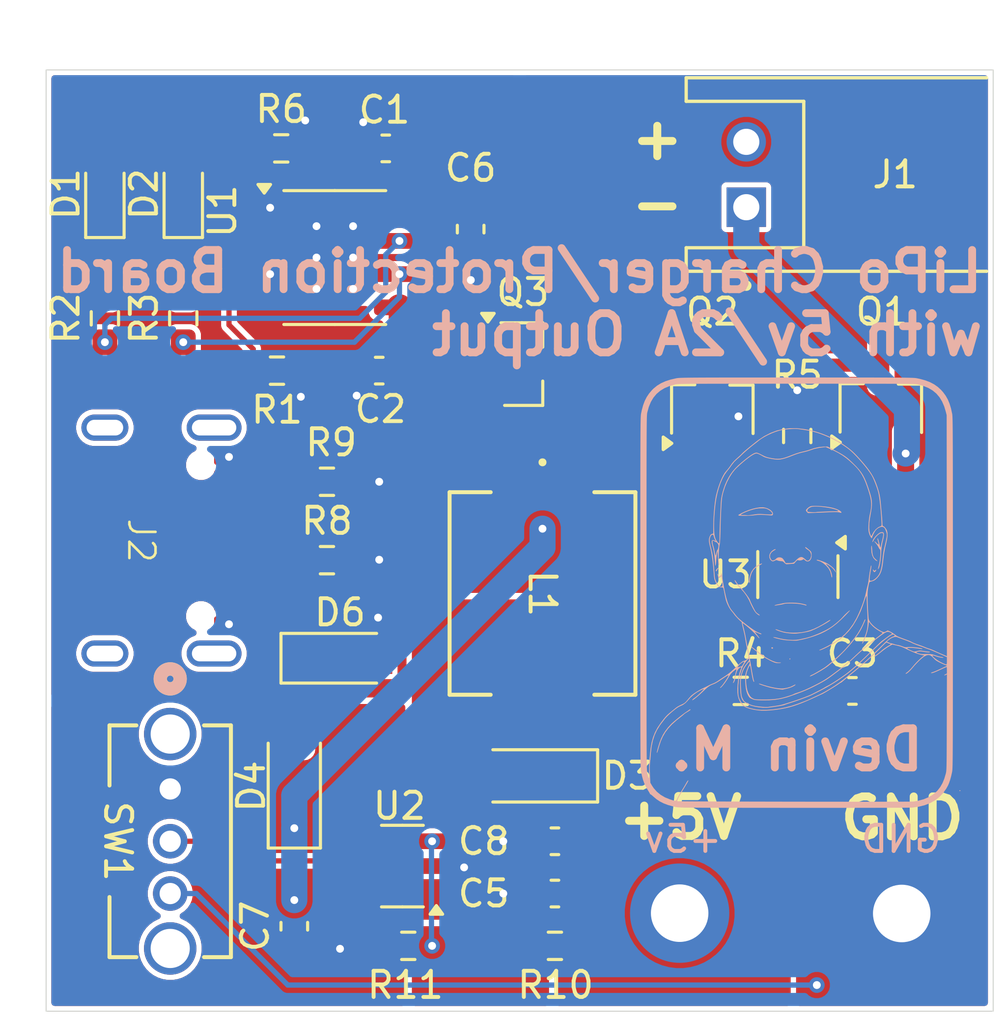
<source format=kicad_pcb>
(kicad_pcb (version 20241229) (generator "pcbnew") (generator_version "9.0")
  (layers (0 "F.Cu" signal "Front") (4 "In1.Cu" signal) (6 "In2.Cu" signal) (2 "B.Cu" signal "Back") (13 "F.Paste" user) (15 "B.Paste" user) (5 "F.SilkS" user "F.Silkscreen") (7 "B.SilkS" user "B.Silkscreen") (1 "F.Mask" user) (3 "B.Mask" user) (25 "Edge.Cuts" user))
  (net 0 "")
  (net 1 "GND")
  (net 2 "Net-(U1-~{STDBY})")
  (net 3 "+BATT")
  (net 4 "Net-(U1-~{CHRG})")
  (net 5 "Net-(U1-PROG)")
  (net 6 "-BATT")
  (net 7 "Net-(Q1-G)")
  (net 8 "Net-(U3-VDD)")
  (net 9 "Net-(U3-CS)")
  (net 10 "Net-(Q2-G)")
  (net 11 "Net-(Q1-D)")
  (net 12 "Net-(D1-K)")
  (net 13 "Net-(D2-K)")
  (net 14 "VBUS")
  (net 15 "Net-(J2-CC2)")
  (net 16 "Net-(J2-CC1)")
  (net 25 "Net-(D3-K)")
  (net 26 "Net-(U2-FB)")
  (net 27 "BOOST_IN")
  (net 28 "Net-(U2-EN)")
  (net 30 "/SW")
  (footprint "Package_TO_SOT_SMD:TSOT-23_HandSoldering" (layer "F.Cu") (at 55.75 37.5 90)
    (property "Reference" "Q2" (at 3.75 0 180) (layer "F.SilkS"))
    (property "Value" "SI2300A")
    (pad "1" smd roundrect (at -1.71 -0.95 90) (size 2 0.65) (layers "F.Cu" "F.Mask" "F.Paste") (net 10 "Net-(Q2-G)"))
    (pad "2" smd roundrect (at -1.71 0.95 90) (size 2 0.65) (layers "F.Cu" "F.Mask" "F.Paste") (net 1 "GND"))
    (pad "3" smd roundrect (at 1.71 0 90) (size 2 0.65) (layers "F.Cu" "F.Mask" "F.Paste") (net 11 "Net-(Q1-D)"))
  )
  (footprint "Resistor_SMD:R_0603_1608Metric_Pad0.98x0.95mm_HandSolder" (layer "F.Cu") (at 41 40.25)
    (property "Reference" "R9" (at 0.1625 -1.5 0) (layer "F.SilkS"))
    (property "Value" "5.1k")
    (pad "1" smd roundrect (at -0.9125 0) (size 0.975 0.95) (layers "F.Cu" "F.Mask" "F.Paste") (net 16 "Net-(J2-CC1)"))
    (pad "2" smd roundrect (at 0.9125 0) (size 0.975 0.95) (layers "F.Cu" "F.Mask" "F.Paste") (net 1 "GND"))
  )
  (footprint "Resistor_SMD:R_0603_1608Metric_Pad0.98x0.95mm_HandSolder" (layer "F.Cu") (at 49.725 58 180)
    (property "Reference" "R10" (at -0.025 -1.5 0) (layer "F.SilkS"))
    (property "Value" "82k")
    (pad "1" smd roundrect (at -0.9125 0 180) (size 0.975 0.95) (layers "F.Cu" "F.Mask" "F.Paste") (net 25 "Net-(D3-K)"))
    (pad "2" smd roundrect (at 0.9125 0 180) (size 0.975 0.95) (layers "F.Cu" "F.Mask" "F.Paste") (net 26 "Net-(U2-FB)"))
  )
  (footprint "a_Library:SK12D07VG4 - (SlideSwitch)" (layer "F.Cu") (at 35 52 -90)
    (property "Reference" "SW1" (at 2 2 270) (layer "F.SilkS"))
    (property "Value" "SK12D07VG4")
    (pad "1" thru_hole circle (at 0 0 270) (size 1.3208 1.3208) (drill 0.8128) (layers "*.Cu" "*.Mask") (net 1 "GND"))
    (pad "2" thru_hole circle (at 2 0 270) (size 1.3208 1.3208) (drill 0.8128) (layers "*.Cu" "*.Mask") (net 28 "Net-(U2-EN)"))
    (pad "3" thru_hole circle (at 4.000001 0 270) (size 1.3208 1.3208) (drill 0.8128) (layers "*.Cu" "*.Mask") (net 3 "+BATT"))
    (pad "4" thru_hole circle (at -2.099999 0 270) (size 2.0066 2.0066) (drill 1.4986) (layers "*.Cu" "*.Mask"))
    (pad "5" thru_hole circle (at 6.099999 0 270) (size 2.0066 2.0066) (drill 1.4986) (layers "*.Cu" "*.Mask"))
  )
  (footprint "Diode_SMD:D_SOD-123" (layer "F.Cu") (at 49 51.5 180)
    (property "Reference" "D3" (at -3.5 0 0) (layer "F.SilkS"))
    (property "Value" "MBR230LSFT1G" (hide yes))
    (pad "1" smd roundrect (at -1.65 0 180) (size 0.9 1.2) (layers "F.Cu" "F.Mask" "F.Paste") (net 25 "Net-(D3-K)"))
    (pad "2" smd roundrect (at 1.65 0 180) (size 0.9 1.2) (layers "F.Cu" "F.Mask" "F.Paste") (net 30 "/SW"))
  )
  (footprint "Diode_SMD:D_SOD-123" (layer "F.Cu") (at 39.75 51.9 90)
    (property "Reference" "D4" (at 0 -1.65 90) (layer "F.SilkS"))
    (property "Value" "MBR230LSFT1G")
    (pad "1" smd roundrect (at -1.65 0 90) (size 0.9 1.2) (layers "F.Cu" "F.Mask" "F.Paste") (net 27 "BOOST_IN"))
    (pad "2" smd roundrect (at 1.65 0 90) (size 0.9 1.2) (layers "F.Cu" "F.Mask" "F.Paste") (net 14 "VBUS"))
  )
  (footprint "a_Library:HY0630-100M-M" (layer "F.Cu") (at 49.25 44.5235 -90)
    (property "Reference" "L1" (at 0 0 270) (layer "F.SilkS"))
    (property "Value" "10uH")
    (pad "1" smd rect (at -2.4765 0) (size 3.302 3.048) (layers "F.Cu" "F.Mask" "F.Paste") (net 27 "BOOST_IN"))
    (pad "2" smd rect (at 2.4765 0) (size 3.302 3.048) (layers "F.Cu" "F.Mask" "F.Paste") (net 30 "/SW"))
  )
  (footprint "Package_TO_SOT_SMD:SOT-23-6" (layer "F.Cu") (at 43.8875 54.95 180)
    (property "Reference" "U2" (at 0.1125 2.3 0) (layer "F.SilkS"))
    (property "Value" "MT3608")
    (pad "1" smd roundrect (at -1.1375 -0.95 180) (size 1.325 0.6) (layers "F.Cu" "F.Mask" "F.Paste") (net 30 "/SW"))
    (pad "2" smd roundrect (at -1.1375 0 180) (size 1.325 0.6) (layers "F.Cu" "F.Mask" "F.Paste") (net 1 "GND"))
    (pad "3" smd roundrect (at -1.1375 0.95 180) (size 1.325 0.6) (layers "F.Cu" "F.Mask" "F.Paste") (net 26 "Net-(U2-FB)"))
    (pad "4" smd roundrect (at 1.1375 0.95 180) (size 1.325 0.6) (layers "F.Cu" "F.Mask" "F.Paste") (net 28 "Net-(U2-EN)"))
    (pad "5" smd roundrect (at 1.1375 0 180) (size 1.325 0.6) (layers "F.Cu" "F.Mask" "F.Paste") (net 27 "BOOST_IN"))
    (pad "6" smd roundrect (at 1.1375 -0.95 180) (size 1.325 0.6) (layers "F.Cu" "F.Mask" "F.Paste"))
  )
  (footprint "Resistor_SMD:R_0603_1608Metric_Pad0.98x0.95mm_HandSolder" (layer "F.Cu") (at 39.0875 36)
    (property "Reference" "R1" (at 0 1.5 0) (layer "F.SilkS"))
    (property "Value" "2k")
    (pad "1" smd roundrect (at -0.9125 0) (size 0.975 0.95) (layers "F.Cu" "F.Mask" "F.Paste") (net 5 "Net-(U1-PROG)"))
    (pad "2" smd roundrect (at 0.9125 0) (size 0.975 0.95) (layers "F.Cu" "F.Mask" "F.Paste") (net 1 "GND"))
  )
  (footprint "Package_TO_SOT_SMD:TSOT-23_HandSoldering" (layer "F.Cu") (at 62.2 37.46 90)
    (property "Reference" "Q1" (at 3.71 0.05 180) (layer "F.SilkS"))
    (property "Value" "SI2300A")
    (pad "1" smd roundrect (at -1.71 -0.95 90) (size 2 0.65) (layers "F.Cu" "F.Mask" "F.Paste") (net 7 "Net-(Q1-G)"))
    (pad "2" smd roundrect (at -1.71 0.95 90) (size 2 0.65) (layers "F.Cu" "F.Mask" "F.Paste") (net 6 "-BATT"))
    (pad "3" smd roundrect (at 1.71 0 90) (size 2 0.65) (layers "F.Cu" "F.Mask" "F.Paste") (net 11 "Net-(Q1-D)"))
  )
  (footprint "Capacitor_SMD:C_0603_1608Metric_Pad1.08x0.95mm_HandSolder" (layer "F.Cu") (at 49.725 54 180)
    (property "Reference" "C8" (at 2.725 0 0) (layer "F.SilkS"))
    (property "Value" "22uF")
    (pad "1" smd roundrect (at -0.8625 0 180) (size 1.075 0.95) (layers "F.Cu" "F.Mask" "F.Paste") (net 25 "Net-(D3-K)"))
    (pad "2" smd roundrect (at 0.8625 0 180) (size 1.075 0.95) (layers "F.Cu" "F.Mask" "F.Paste") (net 1 "GND"))
  )
  (footprint "MountingHole:MountingHole_2.2mm_M2_DIN965_Pad" (layer "F.Cu") (at 54.5 56.75)
    (property "Reference" "PWR_OUT1")
    (property "Value" "MountingHole_Pad" (hide yes))
    (pad "1" thru_hole circle (at 0 0) (size 3.8 3.8) (drill 2.2) (layers "*.Cu" "*.Mask") (net 25 "Net-(D3-K)"))
  )
  (footprint "Package_TO_SOT_SMD:TSOT-23-6_HandSoldering" (layer "F.Cu") (at 59.05 43.8 -90)
    (property "Reference" "U3" (at 0 2.8 0) (layer "F.SilkS"))
    (property "Value" "FM2113")
    (pad "1" smd roundrect (at -1.71 -0.95 270) (size 2 0.65) (layers "F.Cu" "F.Mask" "F.Paste") (net 7 "Net-(Q1-G)"))
    (pad "2" smd roundrect (at -1.71 0 270) (size 2 0.65) (layers "F.Cu" "F.Mask" "F.Paste") (net 9 "Net-(U3-CS)"))
    (pad "3" smd roundrect (at -1.71 0.95 270) (size 2 0.65) (layers "F.Cu" "F.Mask" "F.Paste") (net 10 "Net-(Q2-G)"))
    (pad "4" smd roundrect (at 1.71 0.95 270) (size 2 0.65) (layers "F.Cu" "F.Mask" "F.Paste"))
    (pad "5" smd roundrect (at 1.71 0 270) (size 2 0.65) (layers "F.Cu" "F.Mask" "F.Paste") (net 8 "Net-(U3-VDD)"))
    (pad "6" smd roundrect (at 1.71 -0.95 270) (size 2 0.65) (layers "F.Cu" "F.Mask" "F.Paste") (net 6 "-BATT"))
  )
  (footprint "Resistor_SMD:R_0603_1608Metric_Pad0.98x0.95mm_HandSolder" (layer "F.Cu") (at 41 43.25)
    (property "Reference" "R8" (at 0 -1.5 0) (layer "F.SilkS"))
    (property "Value" "5.1k" (hide yes))
    (pad "1" smd roundrect (at -0.9125 0) (size 0.975 0.95) (layers "F.Cu" "F.Mask" "F.Paste") (net 15 "Net-(J2-CC2)"))
    (pad "2" smd roundrect (at 0.9125 0) (size 0.975 0.95) (layers "F.Cu" "F.Mask" "F.Paste") (net 1 "GND"))
  )
  (footprint "Package_SO:SOIC-8-1EP_3.9x4.9mm_P1.27mm_EP2.41x3.3mm_ThermalVias" (layer "F.Cu") (at 41.3 31.675)
    (property "Reference" "U1" (at -4.3 -1.775 90) (layer "F.SilkS"))
    (property "Value" "TP4056-42-ESOP8")
    (pad "1" smd roundrect (at -2.475 -1.905) (size 1.95 0.6) (layers "F.Cu" "F.Mask" "F.Paste") (net 1 "GND"))
    (pad "2" smd roundrect (at -2.475 -0.635) (size 1.95 0.6) (layers "F.Cu" "F.Mask" "F.Paste") (net 5 "Net-(U1-PROG)"))
    (pad "3" smd roundrect (at -2.475 0.635) (size 1.95 0.6) (layers "F.Cu" "F.Mask" "F.Paste") (net 1 "GND"))
    (pad "4" smd roundrect (at -2.475 1.905) (size 1.95 0.6) (layers "F.Cu" "F.Mask" "F.Paste") (net 14 "VBUS"))
    (pad "5" smd roundrect (at 2.475 1.905) (size 1.95 0.6) (layers "F.Cu" "F.Mask" "F.Paste") (net 3 "+BATT"))
    (pad "6" smd roundrect (at 2.475 0.635) (size 1.95 0.6) (layers "F.Cu" "F.Mask" "F.Paste") (net 2 "Net-(U1-~{STDBY})"))
    (pad "7" smd roundrect (at 2.475 -0.635) (size 1.95 0.6) (layers "F.Cu" "F.Mask" "F.Paste") (net 4 "Net-(U1-~{CHRG})"))
    (pad "8" smd roundrect (at 2.475 -1.905) (size 1.95 0.6) (layers "F.Cu" "F.Mask" "F.Paste") (net 14 "VBUS"))
    (pad "9" thru_hole circle (at -0.7 -1.2) (size 0.63 0.63) (drill 0.3) (property pad_prop_heatsink) (layers "*.Cu") (net 1 "GND"))
    (pad "9" thru_hole circle (at -0.7 0) (size 0.6 0.6) (drill 0.3) (property pad_prop_heatsink) (layers "*.Cu") (net 1 "GND"))
    (pad "9" thru_hole circle (at -0.7 1.2) (size 0.6 0.6) (drill 0.3) (property pad_prop_heatsink) (layers "*.Cu") (net 1 "GND"))
    (pad "9" smd rect (at 0 0) (size 1.9 2.9) (property pad_prop_heatsink) (layers "B.Cu") (net 1 "GND"))
    (pad "9" smd rect (at 0 0) (size 2.41 3.3) (property pad_prop_heatsink) (layers "F.Cu" "F.Mask") (net 1 "GND"))
    (pad "9" thru_hole circle (at 0.7 -1.2) (size 0.6 0.6) (drill 0.3) (property pad_prop_heatsink) (layers "*.Cu") (net 1 "GND"))
    (pad "9" thru_hole circle (at 0.7 0) (size 0.6 0.6) (drill 0.3) (property pad_prop_heatsink) (layers "*.Cu") (net 1 "GND"))
    (pad "9" thru_hole circle (at 0.7 1.2) (size 0.6 0.6) (drill 0.3) (property pad_prop_heatsink) (layers "*.Cu") (net 1 "GND"))
  )
  (footprint "MountingHole:MountingHole_2.2mm_M2_DIN965_Pad" (layer "F.Cu") (at 63 56.7625)
    (property "Reference" "GND_OUT1")
    (property "Value" "MountingHole_Pad" (hide yes))
    (pad "1" thru_hole circle (at 0 0) (size 3.8 3.8) (drill 2.2) (layers "*.Cu" "*.Mask") (net 1 "GND"))
  )
  (footprint "Diode_SMD:Nexperia_CFP3_SOD-123W" (layer "F.Cu") (at 41.5 47)
    (property "Reference" "D6" (at 0 -1.75 0) (layer "F.SilkS"))
    (property "Value" "5.1v")
    (pad "1" smd rect (at -1.4 0) (size 1.2 1.2) (layers "F.Cu" "F.Mask" "F.Paste") (net 14 "VBUS"))
    (pad "2" smd rect (at 1.4 0) (size 1.2 1.2) (layers "F.Cu" "F.Mask" "F.Paste") (net 1 "GND"))
  )
  (footprint "Resistor_SMD:R_0603_1608Metric_Pad0.98x0.95mm_HandSolder" (layer "F.Cu") (at 59 38.5 90)
    (property "Reference" "R5" (at 2.3375 0 0) (layer "F.SilkS"))
    (property "Value" "2k")
    (pad "1" smd roundrect (at -0.9125 0 90) (size 0.975 0.95) (layers "F.Cu" "F.Mask" "F.Paste") (net 9 "Net-(U3-CS)"))
    (pad "2" smd roundrect (at 0.9125 0 90) (size 0.975 0.95) (layers "F.Cu" "F.Mask" "F.Paste") (net 1 "GND"))
  )
  (footprint "Capacitor_SMD:C_0603_1608Metric_Pad1.08x0.95mm_HandSolder" (layer "F.Cu") (at 43.25 27.5 180)
    (property "Reference" "C1" (at 0.05 1.475 0) (layer "F.SilkS"))
    (property "Value" "22uF" (hide yes))
    (pad "1" smd roundrect (at -0.8625 0 180) (size 1.075 0.95) (layers "F.Cu" "F.Mask" "F.Paste") (net 14 "VBUS"))
    (pad "2" smd roundrect (at 0.8625 0 180) (size 1.075 0.95) (layers "F.Cu" "F.Mask" "F.Paste") (net 1 "GND"))
  )
  (footprint "LED_SMD:LED_0603_1608Metric_Pad1.05x0.95mm_HandSolder" (layer "F.Cu") (at 35.5 29.25 90)
    (property "Reference" "D2" (at 0 -1.5 90) (layer "F.SilkS"))
    (property "Value" "GREEN")
    (pad "1" smd roundrect (at -0.875 0 90) (size 1.05 0.95) (layers "F.Cu" "F.Mask" "F.Paste") (net 13 "Net-(D2-K)"))
    (pad "2" smd roundrect (at 0.875 0 90) (size 1.05 0.95) (layers "F.Cu" "F.Mask" "F.Paste") (net 14 "VBUS"))
  )
  (footprint "a_Library:Usb-C" (layer "F.Cu") (at 37.82 42.5 -90)
    (property "Reference" "J2" (at 0 3.925 270) (layer "F.SilkS") (effects (font (thickness 0.1))))
    (property "Value" "USB_C_Receptacle_USB2.0_14P" (hide yes))
    (pad "" np_thru_hole circle (at -2.89 1.64) (size 0.65 0.65) (drill 0.65) (layers "*.Cu" "*.Mask"))
    (pad "" np_thru_hole circle (at 2.89 1.64) (size 0.65 0.65) (drill 0.65) (layers "*.Cu" "*.Mask"))
    (pad "A1" smd roundrect (at -3.2 0.57) (size 1.14 0.6) (layers "F.Cu" "F.Mask" "F.Paste") (roundrect_rratio 0.15) (net 1 "GND"))
    (pad "A1" smd roundrect (at 3.2 0.57) (size 1.14 0.6) (layers "F.Cu" "F.Mask" "F.Paste") (roundrect_rratio 0.15) (net 1 "GND"))
    (pad "A4" smd roundrect (at -2.4 0.57) (size 1.14 0.6) (layers "F.Cu" "F.Mask" "F.Paste") (roundrect_rratio 0.15) (net 14 "VBUS"))
    (pad "A4" smd roundrect (at 2.4 0.57) (size 1.14 0.6) (layers "F.Cu" "F.Mask" "F.Paste") (roundrect_rratio 0.15) (net 14 "VBUS"))
    (pad "A5" smd roundrect (at -1.25 0.57) (size 1.14 0.3) (layers "F.Cu" "F.Mask" "F.Paste") (roundrect_rratio 0.15) (net 16 "Net-(J2-CC1)"))
    (pad "A6" smd roundrect (at -0.25 0.57) (size 1.14 0.3) (layers "F.Cu" "F.Mask" "F.Paste") (roundrect_rratio 0.15))
    (pad "A7" smd roundrect (at 0.25 0.57) (size 1.14 0.3) (layers "F.Cu" "F.Mask" "F.Paste") (roundrect_rratio 0.15))
    (pad "A8" smd roundrect (at 1.25 0.57) (size 1.14 0.3) (layers "F.Cu" "F.Mask" "F.Paste") (roundrect_rratio 0.15))
    (pad "B5" smd roundrect (at 1.75 0.57) (size 1.14 0.3) (layers "F.Cu" "F.Mask" "F.Paste") (roundrect_rratio 0.15) (net 15 "Net-(J2-CC2)"))
    (pad "B6" smd roundrect (at 0.75 0.57) (size 1.14 0.3) (layers "F.Cu" "F.Mask" "F.Paste") (roundrect_rratio 0.15))
    (pad "B7" smd roundrect (at -0.75 0.57) (size 1.14 0.3) (layers "F.Cu" "F.Mask" "F.Paste") (roundrect_rratio 0.15))
    (pad "B8" smd roundrect (at -1.75 0.57) (size 1.14 0.3) (layers "F.Cu" "F.Mask" "F.Paste") (roundrect_rratio 0.15))
    (pad "S1" thru_hole oval (at -4.32 1.14) (size 2.1 1) (drill oval 1.7 0.6) (layers "*.Cu" "*.Mask"))
    (pad "S1" thru_hole oval (at -4.32 5.32) (size 1.8 1) (drill oval 1.4 0.6) (layers "*.Cu" "*.Mask"))
    (pad "S1" thru_hole oval (at 4.32 1.14) (size 2.1 1) (drill oval 1.7 0.6) (layers "*.Cu" "*.Mask"))
    (pad "S1" thru_hole oval (at 4.32 5.32) (size 1.8 1) (drill oval 1.4 0.6) (layers "*.Cu" "*.Mask"))
  )
  (footprint "Capacitor_SMD:C_0603_1608Metric_Pad1.08x0.95mm_HandSolder" (layer "F.Cu") (at 43 36 180)
    (property "Reference" "C2" (at -0.05 -1.475 0) (layer "F.SilkS"))
    (property "Value" "22uF" (hide yes))
    (pad "1" smd roundrect (at -0.8625 0 180) (size 1.075 0.95) (layers "F.Cu" "F.Mask" "F.Paste") (net 3 "+BATT"))
    (pad "2" smd roundrect (at 0.8625 0 180) (size 1.075 0.95) (layers "F.Cu" "F.Mask" "F.Paste") (net 1 "GND"))
  )
  (footprint "Resistor_SMD:R_0603_1608Metric_Pad0.98x0.95mm_HandSolder" (layer "F.Cu") (at 39.25 27.5 180)
    (property "Reference" "R6" (at 0 1.5 0) (layer "F.SilkS"))
    (property "Value" "10k")
    (pad "1" smd roundrect (at -0.9125 0 180) (size 0.975 0.95) (layers "F.Cu" "F.Mask" "F.Paste") (net 1 "GND"))
    (pad "2" smd roundrect (at 0.9125 0 180) (size 0.975 0.95) (layers "F.Cu" "F.Mask" "F.Paste") (net 14 "VBUS"))
  )
  (footprint "Capacitor_SMD:C_0603_1608Metric_Pad1.08x0.95mm_HandSolder" (layer "F.Cu") (at 46.5 30.5875 -90)
    (property "Reference" "C6" (at -2.3375 0 0) (layer "F.SilkS"))
    (property "Value" "100nF" (hide yes))
    (pad "1" smd roundrect (at -0.8625 0 270) (size 1.075 0.95) (layers "F.Cu" "F.Mask" "F.Paste") (net 14 "VBUS"))
    (pad "2" smd roundrect (at 0.8625 0 270) (size 1.075 0.95) (layers "F.Cu" "F.Mask" "F.Paste") (net 1 "GND"))
  )
  (footprint "Package_TO_SOT_SMD:SOT-23_Handsoldering" (layer "F.Cu") (at 48.5 35.75)
    (property "Reference" "Q3" (at 0 -2.75 0) (layer "F.SilkS"))
    (property "Value" "HL 2305A")
    (pad "1" smd roundrect (at -1.5 -0.95) (size 1.9 0.8) (layers "F.Cu" "F.Mask" "F.Paste") (net 14 "VBUS"))
    (pad "2" smd roundrect (at -1.5 0.95) (size 1.9 0.8) (layers "F.Cu" "F.Mask" "F.Paste") (net 27 "BOOST_IN"))
    (pad "3" smd roundrect (at 1.5 0) (size 1.9 0.8) (layers "F.Cu" "F.Mask" "F.Paste") (net 3 "+BATT"))
  )
  (footprint "Capacitor_SMD:C_0603_1608Metric_Pad1.08x0.95mm_HandSolder" (layer "F.Cu") (at 49.725 56 180)
    (property "Reference" "C5" (at 2.725 0 0) (layer "F.SilkS"))
    (property "Value" "22uF")
    (pad "1" smd roundrect (at -0.8625 0 180) (size 1.075 0.95) (layers "F.Cu" "F.Mask" "F.Paste") (net 25 "Net-(D3-K)"))
    (pad "2" smd roundrect (at 0.8625 0 180) (size 1.075 0.95) (layers "F.Cu" "F.Mask" "F.Paste") (net 1 "GND"))
  )
  (footprint "Capacitor_SMD:C_0603_1608Metric_Pad1.08x0.95mm_HandSolder" (layer "F.Cu") (at 61.1125 48.25)
    (property "Reference" "C3" (at 0 -1.43 0) (layer "F.SilkS"))
    (property "Value" "100nF")
    (pad "1" smd roundrect (at -0.8625 0) (size 1.075 0.95) (layers "F.Cu" "F.Mask" "F.Paste") (net 8 "Net-(U3-VDD)"))
    (pad "2" smd roundrect (at 0.8625 0) (size 1.075 0.95) (layers "F.Cu" "F.Mask" "F.Paste") (net 6 "-BATT"))
  )
  (footprint "Resistor_SMD:R_0603_1608Metric_Pad0.98x0.95mm_HandSolder" (layer "F.Cu") (at 56.8375 48.25)
    (property "Reference" "R4" (at 0 -1.43 0) (layer "F.SilkS"))
    (property "Value" "100")
    (pad "1" smd roundrect (at -0.9125 0) (size 0.975 0.95) (layers "F.Cu" "F.Mask" "F.Paste") (net 3 "+BATT"))
    (pad "2" smd roundrect (at 0.9125 0) (size 0.975 0.95) (layers "F.Cu" "F.Mask" "F.Paste") (net 8 "Net-(U3-VDD)"))
  )
  (footprint "Resistor_SMD:R_0603_1608Metric_Pad0.98x0.95mm_HandSolder" (layer "F.Cu") (at 35.5 34 -90)
    (property "Reference" "R3" (at 0 1.5 90) (layer "F.SilkS"))
    (property "Value" "1k")
    (pad "1" smd roundrect (at -0.9125 0 270) (size 0.975 0.95) (layers "F.Cu" "F.Mask" "F.Paste") (net 13 "Net-(D2-K)"))
    (pad "2" smd roundrect (at 0.9125 0 270) (size 0.975 0.95) (layers "F.Cu" "F.Mask" "F.Paste") (net 2 "Net-(U1-~{STDBY})"))
  )
  (footprint "a_Library:JST_S2B-XH-A" (layer "F.Cu") (at 62.75 28.5 90)
    (property "Reference" "J1" (at 0 0 0) (layer "F.SilkS"))
    (property "Value" "S2B-XH-A")
    (pad "1" thru_hole rect (at -1.25 -5.7 90) (size 1.508 1.508) (drill 1) (layers "*.Cu" "*.Mask") (net 6 "-BATT"))
    (pad "2" thru_hole circle (at 1.25 -5.7 90) (size 1.508 1.508) (drill 1) (layers "*.Cu" "*.Mask") (net 3 "+BATT"))
  )
  (footprint "Resistor_SMD:R_0603_1608Metric_Pad0.98x0.95mm_HandSolder" (layer "F.Cu") (at 32.5 34 -90)
    (property "Reference" "R2" (at 0 1.5 90) (layer "F.SilkS"))
    (property "Value" "1k")
    (pad "1" smd roundrect (at -0.9125 0 270) (size 0.975 0.95) (layers "F.Cu" "F.Mask" "F.Paste") (net 12 "Net-(D1-K)"))
    (pad "2" smd roundrect (at 0.9125 0 270) (size 0.975 0.95) (layers "F.Cu" "F.Mask" "F.Paste") (net 4 "Net-(U1-~{CHRG})"))
  )
  (footprint "Resistor_SMD:R_0603_1608Metric_Pad0.98x0.95mm_HandSolder" (layer "F.Cu") (at 44.1125 58 180)
    (property "Reference" "R11" (at 0.1125 -1.5 180) (layer "F.SilkS"))
    (property "Value" "11k")
    (pad "1" smd roundrect (at -0.9125 0 180) (size 0.975 0.95) (layers "F.Cu" "F.Mask" "F.Paste") (net 26 "Net-(U2-FB)"))
    (pad "2" smd roundrect (at 0.9125 0 180) (size 0.975 0.95) (layers "F.Cu" "F.Mask" "F.Paste") (net 1 "GND"))
  )
  (footprint "Capacitor_SMD:C_0603_1608Metric_Pad1.08x0.95mm_HandSolder" (layer "F.Cu") (at 39.75 57.25 -90)
    (property "Reference" "C7" (at 0 1.5 270) (layer "F.SilkS"))
    (property "Value" "100nF")
    (pad "1" smd roundrect (at -0.8625 0 270) (size 1.075 0.95) (layers "F.Cu" "F.Mask" "F.Paste") (net 27 "BOOST_IN"))
    (pad "2" smd roundrect (at 0.8625 0 270) (size 1.075 0.95) (layers "F.Cu" "F.Mask" "F.Paste") (net 1 "GND"))
  )
  (footprint "LED_SMD:LED_0603_1608Metric_Pad1.05x0.95mm_HandSolder" (layer "F.Cu") (at 32.5 29.25 90)
    (property "Reference" "D1" (at 0 -1.5 90) (layer "F.SilkS"))
    (property "Value" "RED")
    (pad "1" smd roundrect (at -0.875 0 90) (size 1.05 0.95) (layers "F.Cu" "F.Mask" "F.Paste") (net 12 "Net-(D1-K)"))
    (pad "2" smd roundrect (at 0.875 0 90) (size 1.05 0.95) (layers "F.Cu" "F.Mask" "F.Paste") (net 14 "VBUS"))
  )
  (footprint "a_Library:PCB Logo (12.5x17)" (layer "B.Cu") (at 59 44.5 180)
    (property "Reference" "Devin M." (at 0 -6 0) (layer "B.SilkS") (effects (font (size 1.5 1.5) (thickness 0.3)) (justify mirror)))
    (property "Value" "LOGO" (hide yes))
  )
  (gr_rect (start 61 54.7625) (end 65 58.7625) (stroke (width 0.254)) (fill yes) (layers "F.Cu" "F.Mask") (net 1))
  (gr_rect (start 52.5 54.75) (end 56.5 58.75) (stroke (width 0.254)) (fill yes) (layers "F.Cu" "F.Mask") (net 25))
  (gr_rect (start 30.25 24.5) (end 66.5 60.5) (stroke (width 0.0381)) (fill no) (layer "Edge.Cuts"))
  (gr_text "-" (at 52.5 30.5 0) (layer "F.SilkS") (effects (font (size 1.524 1.524) (thickness 0.3048) (bold yes)) (justify left bottom)))
  (gr_text "+" (at 52.5 28 0) (layer "F.SilkS") (effects (font (size 1.524 1.524) (thickness 0.3048) (bold yes)) (justify left bottom)))
  (gr_text "GND" (at 60.5 54.0125 0) (layer "F.SilkS") (effects (font (size 1.524 1.524) (thickness 0.3048) (bold yes)) (justify left bottom)))
  (gr_text "+5V" (at 52 54 0) (layer "F.SilkS") (effects (font (size 1.524 1.524) (thickness 0.3048) (bold yes)) (justify left bottom)))
  (gr_text "+5v" (at 56.2 54.5 0) (layer "B.SilkS") (effects (font (size 1 1)) (justify left bottom mirror)))
  (gr_text "LiPo Charger/Protection Board\nwith 5v/2A Output" (at 66.25 35.5 0) (layer "B.SilkS") (effects (font (size 1.5 1.5) (thickness 0.3) (bold yes)) (justify left bottom mirror)))
  (gr_text "GND" (at 64.6 54.5 0) (layer "B.SilkS") (effects (font (size 1 1)) (justify left bottom mirror)))
  (segment (start 45.075 55) (end 45.025 54.95) (width 0.2) (layer "F.Cu") (net 1))
  (segment (start 46.50628 32.536557) (end 46.50628 31.45628) (width 0.2) (layer "F.Cu") (net 1))
  (segment (start 46.25 55) (end 45.075 55) (width 0.2) (layer "F.Cu") (net 1))
  (segment (start 42.957262 45.446719) (end 42.957262 46.942738) (width 0.2) (layer "F.Cu") (net 1))
  (segment (start 42.3875 26.5) (end 42.3875 27.5) (width 0.2) (layer "F.Cu") (net 1))
  (segment (start 47.75 56) (end 48.8625 56) (width 0.2) (layer "F.Cu") (net 1))
  (segment (start 40 37) (end 40 36) (width 0.2) (layer "F.Cu") (net 1))
  (segment (start 47.75 54) (end 48.8625 54) (width 0.2) (layer "F.Cu") (net 1))
  (segment (start 46.50628 31.45628) (end 46.5 31.45) (width 0.2) (layer "F.Cu") (net 1))
  (segment (start 40.167955 27.494545) (end 40.1625 27.5) (width 0.2) (layer "F.Cu") (net 1))
  (segment (start 43 40.25) (end 42.0875 40.25) (width 0.2) (layer "F.Cu") (net 1))
  (segment (start 40.167955 26.432615) (end 40.167955 27.494545) (width 0.2) (layer "F.Cu") (net 1))
  (segment (start 39.75 58.1125) (end 41.5 58.1125) (width 0.2) (layer "F.Cu") (net 1))
  (segment (start 42.136947 36.000553) (end 42.1375 36) (width 0.2) (layer "F.Cu") (net 1))
  (segment (start 41.5 58.1125) (end 43.0875 58.1125) (width 0.2) (layer "F.Cu") (net 1))
  (segment (start 42.136947 36.95589) (end 42.136947 36.000553) (width 0.2) (layer "F.Cu") (net 1))
  (segment (start 56.75 37.75) (end 56.75 39.16) (width 0.2) (layer "F.Cu") (net 1))
  (segment (start 43 43.23278) (end 42.099949 43.23278) (width 0.2) (layer "F.Cu") (net 1))
  (segment (start 43.0875 58.1125) (end 43.2 58) (width 0.2) (layer "F.Cu") (net 1))
  (segment (start 42.957262 46.942738) (end 42.9 47) (width 0.2) (layer "F.Cu") (net 1))
  (segment (start 59 37.5875) (end 59 36.75) (width 0.2) (layer "F.Cu") (net 1))
  (segment (start 56.75 39.16) (end 56.7 39.21) (width 0.2) (layer "F.Cu") (net 1))
  (via (at 41.5 58.1125) (size 0.6) (drill 0.3) (layers "F.Cu" "B.Cu") (net 1))
  (via (at 46.50628 32.536557) (size 0.6) (drill 0.3) (layers "F.Cu" "B.Cu") (net 1))
  (via (at 56.75 37.75) (size 0.6) (drill 0.3) (layers "F.Cu" "B.Cu") (net 1))
  (via (at 40.167955 26.432615) (size 0.6) (drill 0.3) (layers "F.Cu" "B.Cu") (net 1))
  (via (at 43 43.23278) (size 0.6) (drill 0.3) (layers "F.Cu" "B.Cu") (net 1))
  (via (at 47.75 56) (size 0.6) (drill 0.3) (layers "F.Cu" "B.Cu") (net 1))
  (via (at 37.25 39.3) (size 0.6) (drill 0.3) (layers "F.Cu" "B.Cu") (net 1))
  (via (at 43 40.25) (size 0.6) (drill 0.3) (layers "F.Cu" "B.Cu") (net 1))
  (via (at 38.825 29.77) (size 0.6) (drill 0.3) (layers "F.Cu" "B.Cu") (net 1))
  (via (at 42.136947 36.95589) (size 0.6) (drill 0.3) (layers "F.Cu" "B.Cu") (net 1))
  (via (at 38.825 32.31) (size 0.6) (drill 0.3) (layers "F.Cu" "B.Cu") (net 1))
  (via (at 37.25 45.7) (size 0.6) (drill 0.3) (layers "F.Cu" "B.Cu") (net 1))
  (via (at 47.75 54) (size 0.6) (drill 0.3) (layers "F.Cu" "B.Cu") (net 1))
  (via (at 59 36.75) (size 0.6) (drill 0.3) (layers "F.Cu" "B.Cu") (net 1))
  (via (at 40 37) (size 0.6) (drill 0.3) (layers "F.Cu" "B.Cu") (net 1))
  (via (at 42.3875 26.5) (size 0.6) (drill 0.3) (layers "F.Cu" "B.Cu") (net 1))
  (via (at 42.957262 45.446719) (size 0.6) (drill 0.3) (layers "F.Cu" "B.Cu") (net 1))
  (via (at 46.25 55) (size 0.6) (drill 0.3) (layers "F.Cu" "B.Cu") (net 1))
  (via (at 43.775 32.31) (size 0.6) (drill 0.3) (layers "F.Cu" "B.Cu") (net 2))
  (via (at 35.5 34.9125) (size 0.6) (drill 0.3) (layers "F.Cu" "B.Cu") (net 2))
  (segment (start 43.775 33.188862) (end 43.775 32.31) (width 0.2) (layer "B.Cu") (net 2))
  (segment (start 42.051362 34.9125) (end 43.775 33.188862) (width 0.2) (layer "B.Cu") (net 2))
  (segment (start 35.5 34.9125) (end 42.051362 34.9125) (width 0.2) (layer "B.Cu") (net 2))
  (segment (start 43.775 33.58) (end 49.17 33.58) (width 0.6) (layer "F.Cu") (net 3))
  (segment (start 43.8625 33.6675) (end 43.8625 36) (width 1) (layer "F.Cu") (net 3))
  (segment (start 43.775 33.58) (end 43.8625 33.6675) (width 1) (layer "F.Cu") (net 3))
  (segment (start 49.17 33.58) (end 49.25 33.5) (width 0.2) (layer "F.Cu") (net 3))
  (segment (start 43.775 33.58) (end 43.775 33.578937) (width 0.6) (layer "F.Cu") (net 3))
  (via (at 59.75 59.5) (size 0.6) (drill 0.3) (layers "F.Cu" "B.Cu") (net 3))
  (segment (start 35 56.000001) (end 36.000001 56.000001) (width 0.2) (layer "B.Cu") (net 3))
  (segment (start 36.000001 56.000001) (end 39.5 59.5) (width 0.2) (layer "B.Cu") (net 3))
  (segment (start 39.5 59.5) (end 59.75 59.5) (width 0.2) (layer "B.Cu") (net 3))
  (via (at 43.775 31.04) (size 0.6) (drill 0.3) (layers "F.Cu" "B.Cu") (net 4))
  (via (at 32.5 34.9125) (size 0.6) (drill 0.3) (layers "F.Cu" "B.Cu") (net 4))
  (segment (start 43.25 31.565) (end 43.775 31.04) (width 0.2) (layer "B.Cu") (net 4))
  (segment (start 32.5 34.9125) (end 32.5 34.25) (width 0.2) (layer "B.Cu") (net 4))
  (segment (start 43.25 33) (end 43.25 32.531705) (width 0.2) (layer "B.Cu") (net 4))
  (segment (start 32.5 34.25) (end 32.75 34) (width 0.2) (layer "B.Cu") (net 4))
  (segment (start 43.247 32.528705) (end 43.247 32.091295) (width 0.2) (layer "B.Cu") (net 4))
  (segment (start 42.25 34) (end 43.25 33) (width 0.2) (layer "B.Cu") (net 4))
  (segment (start 43.25 32.531705) (end 43.247 32.528705) (width 0.2) (layer "B.Cu") (net 4))
  (segment (start 43.247 32.091295) (end 43.25 32.088295) (width 0.2) (layer "B.Cu") (net 4))
  (segment (start 32.75 34) (end 42.25 34) (width 0.2) (layer "B.Cu") (net 4))
  (segment (start 43.25 32.088295) (end 43.25 31.565) (width 0.2) (layer "B.Cu") (net 4))
  (segment (start 37.25 31.5) (end 37.25 34.25) (width 0.2) (layer "F.Cu") (net 5))
  (segment (start 37.71 31.04) (end 37.25 31.5) (width 0.2) (layer "F.Cu") (net 5))
  (segment (start 38.175 35.175) (end 38.175 36) (width 0.2) (layer "F.Cu") (net 5))
  (segment (start 38.825 31.04) (end 37.71 31.04) (width 0.2) (layer "F.Cu") (net 5))
  (segment (start 37.25 34.25) (end 38.175 35.175) (width 0.2) (layer "F.Cu") (net 5))
  (segment (start 61.75 46) (end 61.25 45.5) (width 0.5) (layer "F.Cu") (net 6))
  (segment (start 61.975 46.225) (end 61.75 46) (width 0.5) (layer "F.Cu") (net 6))
  (segment (start 63.15 44.6) (end 61.75 46) (width 0.5) (layer "F.Cu") (net 6))
  (segment (start 63.15 39.17) (end 63.15 44.6) (width 0.5) (layer "F.Cu") (net 6))
  (segment (start 61.25 45.5) (end 60.01 45.5) (width 0.5) (layer "F.Cu") (net 6))
  (segment (start 61.975 48.25) (end 61.975 46.225) (width 0.5) (layer "F.Cu") (net 6))
  (via (at 63.15 39.17) (size 0.6) (drill 0.3) (layers "F.Cu" "B.Cu") (net 6))
  (segment (start 57.05 29.75) (end 57.05 31.3) (width 1) (layer "B.Cu") (net 6))
  (segment (start 63.2 37.45) (end 63.2 39.12) (width 1) (layer "B.Cu") (net 6))
  (segment (start 63.2 39.12) (end 63.15 39.17) (width 1) (layer "B.Cu") (net 6))
  (segment (start 57.05 31.3) (end 63.2 37.45) (width 1) (layer "B.Cu") (net 6))
  (segment (start 61.25 39.17) (end 61.25 41.75) (width 0.5) (layer "F.Cu") (net 7))
  (segment (start 61.25 41.75) (end 60.91 42.09) (width 0.5) (layer "F.Cu") (net 7))
  (segment (start 60.91 42.09) (end 60 42.09) (width 0.5) (layer "F.Cu") (net 7))
  (segment (start 59.05 45.51) (end 59.05 48.2) (width 0.5) (layer "F.Cu") (net 8))
  (segment (start 59 48.25) (end 60.25 48.25) (width 0.5) (layer "F.Cu") (net 8))
  (segment (start 57.75 48.25) (end 59 48.25) (width 0.5) (layer "F.Cu") (net 8))
  (segment (start 59 39.4125) (end 59 42.04) (width 0.5) (layer "F.Cu") (net 9))
  (segment (start 56.34 42.09) (end 54.8 40.55) (width 0.5) (layer "F.Cu") (net 10))
  (segment (start 58.1 42.09) (end 56.34 42.09) (width 0.5) (layer "F.Cu") (net 10))
  (segment (start 54.8 40.55) (end 54.8 39) (width 0.5) (layer "F.Cu") (net 10))
  (segment (start 55.75 35.79) (end 62.16 35.79) (width 0.5) (layer "F.Cu") (net 11))
  (segment (start 62.16 35.79) (end 62.2 35.75) (width 0.5) (layer "F.Cu") (net 11))
  (segment (start 32.5 30.125) (end 32.5 33.0875) (width 0.2) (layer "F.Cu") (net 12))
  (segment (start 35.5 30.125) (end 35.5 33.0875) (width 0.2) (layer "F.Cu") (net 13))
  (segment (start 37.25 40.1) (end 38.15 40.1) (width 0.5) (layer "F.Cu") (net 14))
  (segment (start 40.1 47) (end 40.1 48.4) (width 1) (layer "F.Cu") (net 14))
  (segment (start 39.75 48.75) (end 39.75 50.25) (width 1) (layer "F.Cu") (net 14))
  (segment (start 40.1 48.4) (end 39.75 48.75) (width 1) (layer "F.Cu") (net 14))
  (segment (start 39.155 33.58) (end 39.3 33.725) (width 0.2) (layer "F.Cu") (net 14))
  (segment (start 38.15 40.1) (end 38.75 39.5) (width 0.5) (layer "F.Cu") (net 14))
  (segment (start 38.4 44.9) (end 38.75 45.25) (width 0.5) (layer "F.Cu") (net 14))
  (segment (start 37.25 44.9) (end 38.4 44.9) (width 0.5) (layer "F.Cu") (net 14))
  (segment (start 38.75 45.25) (end 38.75 45.75) (width 0.5) (layer "F.Cu") (net 14))
  (segment (start 43.8 29.795) (end 43.775 29.77) (width 0.2) (layer "F.Cu") (net 14))
  (segment (start 38.825 33.58) (end 39.155 33.58) (width 0.2) (layer "F.Cu") (net 14))
  (segment (start 38.25 44.25) (end 37.25 44.25) (width 0.2) (layer "F.Cu") (net 15))
  (segment (start 39.25 43.25) (end 38.25 44.25) (width 0.2) (layer "F.Cu") (net 15))
  (segment (start 40.0875 43.25) (end 39.25 43.25) (width 0.2) (layer "F.Cu") (net 15))
  (segment (start 39.25 40.25) (end 40.0875 40.25) (width 0.2) (layer "F.Cu") (net 16))
  (segment (start 37.25 41.25) (end 38.25 41.25) (width 0.2) (layer "F.Cu") (net 16))
  (segment (start 38.25 41.25) (end 39.25 40.25) (width 0.2) (layer "F.Cu") (net 16))
  (via (at 45.025 58) (size 0.6) (drill 0.3) (layers "F.Cu" "B.Cu") (net 26))
  (via (at 45.025 54) (size 0.6) (drill 0.3) (layers "F.Cu" "B.Cu") (net 26))
  (segment (start 45.025 54) (end 45 54.025) (width 0.2) (layer "B.Cu") (net 26))
  (segment (start 45 54.025) (end 45 57.975) (width 0.2) (layer "B.Cu") (net 26))
  (segment (start 45 57.975) (end 45.025 58) (width 0.2) (layer "B.Cu") (net 26))
  (via (at 49.25 42.047) (size 0.6) (drill 0.3) (layers "F.Cu" "B.Cu") (net 27))
  (via (at 39.75 53.5) (size 0.6) (drill 0.3) (layers "F.Cu" "B.Cu") (net 27))
  (via (at 39.75 56.25) (size 0.6) (drill 0.3) (layers "F.Cu" "B.Cu") (net 27))
  (segment (start 39.75 53.5) (end 39.75 56.25) (width 1) (layer "B.Cu") (net 27))
  (segment (start 49.25 42.75) (end 39.75 52.25) (width 1) (layer "B.Cu") (net 27))
  (segment (start 49.25 42.047) (end 49.25 42.75) (width 1) (layer "B.Cu") (net 27))
  (segment (start 39.75 53.25) (end 39.75 53.5) (width 1) (layer "B.Cu") (net 27))
  (segment (start 39.75 52.25) (end 39.75 53.25) (width 1) (layer "B.Cu") (net 27))
  (segment (start 41.75 54) (end 42.75 54) (width 0.2) (layer "F.Cu") (net 28))
  (segment (start 41 54.75) (end 41.75 54) (width 0.2) (layer "F.Cu") (net 28))
  (segment (start 36.5 54) (end 37.25 54.75) (width 0.2) (layer "F.Cu") (net 28))
  (segment (start 35 54) (end 36.5 54) (width 0.2) (layer "F.Cu") (net 28))
  (segment (start 37.25 54.75) (end 41 54.75) (width 0.2) (layer "F.Cu") (net 28))
  (zone (net 27) (net_name "BOOST_IN") (layer "F.Cu") (priority 2) (connect_pads yes (clearance 0.2)) (min_thickness 0.25) (fill yes (thermal_gap 0.5) (thermal_bridge_width 0.5))
    (polygon (pts (xy 44 48.75) (xy 30 48.75) (xy 30 60.75) (xy 44 60.75)))
  )
  (zone (net 25) (net_name "Net-(D3-K)") (layer "F.Cu") (priority 4) (connect_pads yes (clearance 0.2)) (min_thickness 0.25) (fill yes (thermal_gap 0.5) (thermal_bridge_width 0.5))
    (polygon (pts (xy 58.75 60.5) (xy 49.75 60.5) (xy 49.75 50) (xy 58.75 50)))
  )
  (zone (net 3) (net_name "+BATT") (layer "F.Cu") (priority 2) (connect_pads yes (clearance 0.2)) (min_thickness 0.25) (fill yes (thermal_gap 0.5) (thermal_bridge_width 0.5))
    (polygon (pts (xy 48.5 24.25) (xy 48.5 38.75) (xy 53.25 38.75) (xy 53.25 60.75) (xy 66.75 60.75) (xy 66.75 24.25)))
  )
  (zone (net 14) (net_name "VBUS") (layer "F.Cu") (priority 1) (connect_pads yes (clearance 0.2)) (min_thickness 0.25) (fill yes (thermal_gap 0.5) (thermal_bridge_width 0.5))
    (polygon (pts (xy 30 24.25) (xy 30 48.5) (xy 45.25 48.5) (xy 45.25 35.75) (xy 48.25 35.75) (xy 48.25 24.25)))
  )
  (zone (net 30) (net_name "/SW") (layer "F.Cu") (priority 100) (connect_pads yes (clearance 0.2)) (min_thickness 0.25) (fill yes (thermal_gap 0.5) (thermal_bridge_width 0.5))
    (polygon (pts (xy 44.25 57) (xy 44.25 44.75) (xy 53.75 44.75) (xy 53.75 49.75) (xy 49.5 49.75) (xy 49.5 53) (xy 49.5 57)))
  )
  (zone (net 27) (net_name "BOOST_IN") (layer "F.Cu") (priority 3) (connect_pads yes (clearance 0.2)) (min_thickness 0.25) (fill yes (thermal_gap 0.5) (thermal_bridge_width 0.5))
    (polygon (pts (xy 45.5 36) (xy 48.25 36) (xy 48.25 37.75) (xy 52.75 37.75) (xy 52.75 44.5) (xy 45.5 44.5)))
  )
  (zone (net 26) (net_name "Net-(U2-FB)") (layer "F.Cu") (priority 5) (connect_pads yes (clearance 0.2)) (min_thickness 0.25) (fill yes (thermal_gap 0.5) (thermal_bridge_width 0.5))
    (polygon (pts (xy 44.25 57.25) (xy 49.5 57.25) (xy 49.5 60.5) (xy 44.25 60.5)))
  )
  (zone (net 1) (net_name "GND") (layer "B.Cu") (connect_pads yes (clearance 0.2)) (min_thickness 0.25) (fill yes (thermal_gap 0.5) (thermal_bridge_width 0.5))
    (polygon (pts (xy 67 61) (xy 67 24) (xy 29.7 24) (xy 29.7 61) (xy 61 61)))
  )
)
</source>
